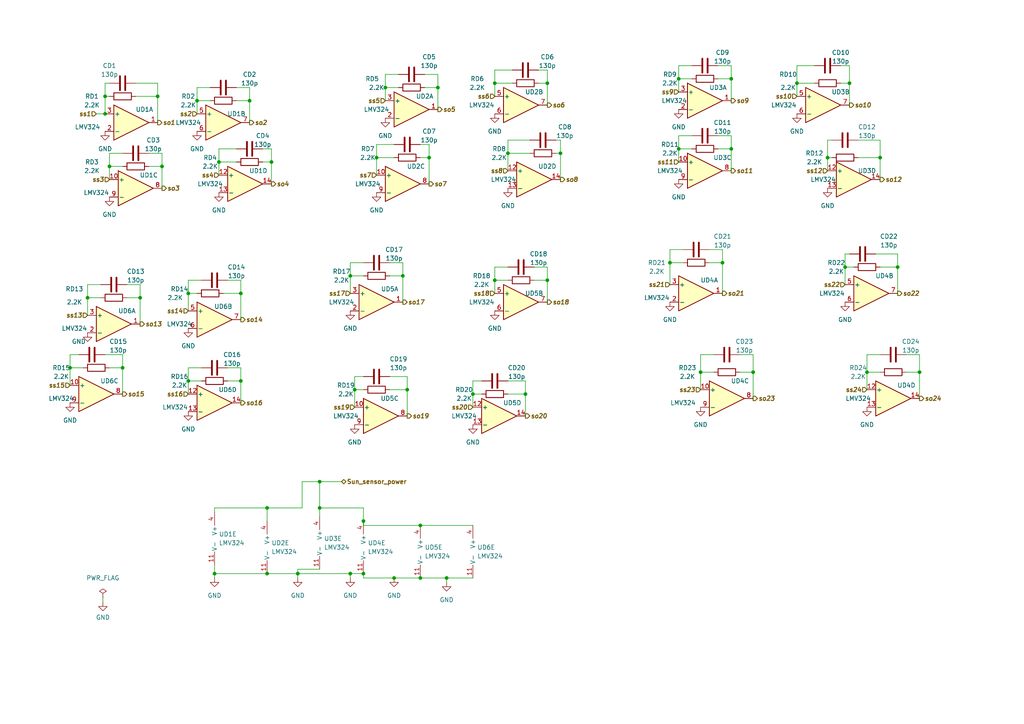
<source format=kicad_sch>
(kicad_sch (version 20211123) (generator eeschema)
  (paper "A4")
  (title_block (title "AOCS BOARD") (company "Parikshit Student Satellite Team"))
  (lib_symbols
    (symbol "Amplifier_Operational:LMV324" (pin_names (offset 0.127))
      (property "Reference" "U" (at 0 5.08 0))
      (property "Value" "LMV324" (at 0 -5.08 0))
      (symbol "LMV324_1_1"
        (polyline (pts (xy -5.08 5.08) (xy 5.08 0) (xy -5.08 -5.08) (xy -5.08 5.08)) (stroke (width 0.254)) (fill (type background)))
        (pin output line (at 7.62 0 180) (length 2.54) (name "~") (number "1"))
        (pin input line (at -7.62 -2.54 0) (length 2.54) (name "-") (number "2"))
        (pin input line (at -7.62 2.54 0) (length 2.54) (name "+") (number "3"))
      )
      (symbol "LMV324_2_1"
        (polyline (pts (xy -5.08 5.08) (xy 5.08 0) (xy -5.08 -5.08) (xy -5.08 5.08)) (stroke (width 0.254)) (fill (type background)))
        (pin input line (at -7.62 2.54 0) (length 2.54) (name "+") (number "5"))
        (pin input line (at -7.62 -2.54 0) (length 2.54) (name "-") (number "6"))
        (pin output line (at 7.62 0 180) (length 2.54) (name "~") (number "7"))
      )
      (symbol "LMV324_3_1"
        (polyline (pts (xy -5.08 5.08) (xy 5.08 0) (xy -5.08 -5.08) (xy -5.08 5.08)) (stroke (width 0.254)) (fill (type background)))
        (pin input line (at -7.62 2.54 0) (length 2.54) (name "+") (number "10"))
        (pin output line (at 7.62 0 180) (length 2.54) (name "~") (number "8"))
        (pin input line (at -7.62 -2.54 0) (length 2.54) (name "-") (number "9"))
      )
      (symbol "LMV324_4_1"
        (polyline (pts (xy -5.08 5.08) (xy 5.08 0) (xy -5.08 -5.08) (xy -5.08 5.08)) (stroke (width 0.254)) (fill (type background)))
        (pin input line (at -7.62 2.54 0) (length 2.54) (name "+") (number "12"))
        (pin input line (at -7.62 -2.54 0) (length 2.54) (name "-") (number "13"))
        (pin output line (at 7.62 0 180) (length 2.54) (name "~") (number "14"))
      )
      (symbol "LMV324_5_1"
        (pin power_in line (at -2.54 -7.62 90) (length 3.81) (name "V-") (number "11"))
        (pin power_in line (at -2.54 7.62 270) (length 3.81) (name "V+") (number "4"))
      )
    )
    (symbol "Device:C" (pin_numbers hide) (pin_names (offset 0.254))
      (property "Reference" "C" (at 0.635 2.54 0))
      (property "Value" "C" (at 0.635 -2.54 0))
      (symbol "C_0_1"
        (polyline (pts (xy -2.032 -0.762) (xy 2.032 -0.762)) (stroke (width 0.508)))
        (polyline (pts (xy -2.032 0.762) (xy 2.032 0.762)) (stroke (width 0.508)))
      )
      (symbol "C_1_1"
        (pin passive line (at 0 3.81 270) (length 2.794) (name "~") (number "1"))
        (pin passive line (at 0 -3.81 90) (length 2.794) (name "~") (number "2"))
      )
    )
    (symbol "Device:R" (pin_numbers hide) (pin_names (offset 0))
      (property "Reference" "R" (at 2.032 0 90))
      (property "Value" "R" (at 0 0 90))
      (symbol "R_0_1"
        (rectangle (start -1.016 -2.54) (end 1.016 2.54) (stroke (width 0.254)))
      )
      (symbol "R_1_1"
        (pin passive line (at 0 3.81 270) (length 1.27) (name "~") (number "1"))
        (pin passive line (at 0 -3.81 90) (length 1.27) (name "~") (number "2"))
      )
    )
    (symbol "power:GND" (power) (pin_names (offset 0))
      (property "Value" "GND" (at 0 -3.81 0))
      (symbol "GND_0_1"
        (polyline (pts (xy 0 0) (xy 0 -1.27) (xy 1.27 -1.27) (xy 0 -2.54) (xy -1.27 -1.27) (xy 0 -1.27)))
      )
      (symbol "GND_1_1"
        (pin power_in line (at 0 0 270) (length 0) hide (name "GND") (number "1"))
      )
    )
    (symbol "power:PWR_FLAG" (power) (pin_numbers hide) (pin_names (offset 0) hide)
      (property "Value" "PWR_FLAG" (at 0 3.81 0))
      (symbol "PWR_FLAG_0_0"
        (pin power_out line (at 0 0 90) (length 0) (name "pwr") (number "1"))
      )
      (symbol "PWR_FLAG_0_1"
        (polyline (pts (xy 0 0) (xy 0 1.27) (xy -1.016 1.905) (xy 0 2.54) (xy 1.016 1.905) (xy 0 1.27)))
      )
    )
  )
  (junction (at 30.48 33.02))
  (junction (at 86.36 166.37))
  (junction (at 77.47 166.37))
  (junction (at 45.72 27.94))
  (junction (at 54.61 110.49))
  (junction (at 212.09 22.86))
  (junction (at 109.22 45.72))
  (junction (at 111.76 25.4))
  (junction (at 124.46 45.72))
  (junction (at 101.6 166.37))
  (junction (at 246.38 24.13))
  (junction (at 129.54 167.64))
  (junction (at 101.6 80.01))
  (junction (at 203.2 107.95))
  (junction (at 69.85 110.49))
  (junction (at 147.32 44.45))
  (junction (at 121.92 152.4))
  (junction (at 212.09 43.18))
  (junction (at 116.84 80.01))
  (junction (at 162.56 44.45))
  (junction (at 209.55 76.2))
  (junction (at 158.75 81.28))
  (junction (at 46.99 48.26))
  (junction (at 121.92 167.64))
  (junction (at 31.75 48.26))
  (junction (at 77.47 147.32))
  (junction (at 143.51 81.28))
  (junction (at 143.51 24.13))
  (junction (at 194.31 76.2))
  (junction (at 196.85 43.18))
  (junction (at 54.61 85.09))
  (junction (at 78.74 46.99))
  (junction (at 20.32 106.68))
  (junction (at 266.7 107.95))
  (junction (at 62.23 166.37))
  (junction (at 137.16 114.3))
  (junction (at 127 25.4))
  (junction (at 57.15 29.21))
  (junction (at 102.87 113.03))
  (junction (at 105.41 166.37))
  (junction (at 251.46 107.95))
  (junction (at 35.56 106.68))
  (junction (at 118.11 113.03))
  (junction (at 92.71 139.7))
  (junction (at 158.75 24.13))
  (junction (at 40.64 86.36))
  (junction (at 218.44 107.95))
  (junction (at 231.14 24.13))
  (junction (at 245.11 77.47))
  (junction (at 30.48 27.94))
  (junction (at 25.4 86.36))
  (junction (at 260.35 77.47))
  (junction (at 152.4 114.3))
  (junction (at 255.27 45.72))
  (junction (at 92.71 147.32))
  (junction (at 196.85 22.86))
  (junction (at 69.85 85.09))
  (junction (at 72.39 29.21))
  (junction (at 63.5 46.99))
  (junction (at 240.03 45.72))
  (junction (at 105.41 151.13))
  (junction (at 114.3 167.64))
  (wire (pts (xy 158.75 81.28) (xy 158.75 87.63)))
  (wire (pts (xy 127 21.59) (xy 127 25.4)))
  (wire (pts (xy 127 25.4) (xy 127 31.75)))
  (wire (pts (xy 54.61 81.28) (xy 54.61 85.09)))
  (wire (pts (xy 137.16 114.3) (xy 137.16 118.11)))
  (wire (pts (xy 161.29 44.45) (xy 162.56 44.45)))
  (wire (pts (xy 25.4 82.55) (xy 25.4 86.36)))
  (wire (pts (xy 60.96 29.21) (xy 57.15 29.21)))
  (wire (pts (xy 208.28 22.86) (xy 212.09 22.86)))
  (wire (pts (xy 251.46 107.95) (xy 251.46 113.03)))
  (wire (pts (xy 68.58 29.21) (xy 72.39 29.21)))
  (wire (pts (xy 196.85 43.18) (xy 196.85 46.99)))
  (wire (pts (xy 154.94 77.47) (xy 158.75 77.47)))
  (wire (pts (xy 266.7 102.87) (xy 266.7 107.95)))
  (wire (pts (xy 156.21 20.32) (xy 158.75 20.32)))
  (wire (pts (xy 64.77 85.09) (xy 69.85 85.09)))
  (wire (pts (xy 43.18 44.45) (xy 46.99 44.45)))
  (wire (pts (xy 200.66 22.86) (xy 196.85 22.86)))
  (wire (pts (xy 86.36 166.37) (xy 101.6 166.37)))
  (wire (pts (xy 207.01 102.87) (xy 203.2 102.87)))
  (wire (pts (xy 39.37 24.13) (xy 45.72 24.13)))
  (wire (pts (xy 62.23 166.37) (xy 77.47 166.37)))
  (wire (pts (xy 72.39 29.21) (xy 72.39 35.56)))
  (wire (pts (xy 231.14 19.05) (xy 231.14 24.13)))
  (wire (pts (xy 57.15 85.09) (xy 54.61 85.09)))
  (wire (pts (xy 69.85 81.28) (xy 69.85 85.09)))
  (wire (pts (xy 105.41 167.64) (xy 105.41 166.37)))
  (wire (pts (xy 72.39 25.4) (xy 72.39 29.21)))
  (wire (pts (xy 114.3 167.64) (xy 105.41 167.64)))
  (wire (pts (xy 209.55 76.2) (xy 209.55 85.09)))
  (wire (pts (xy 86.36 165.1) (xy 86.36 166.37)))
  (wire (pts (xy 57.15 29.21) (xy 57.15 33.02)))
  (wire (pts (xy 203.2 102.87) (xy 203.2 107.95)))
  (wire (pts (xy 31.75 44.45) (xy 31.75 48.26)))
  (wire (pts (xy 113.03 76.2) (xy 116.84 76.2)))
  (wire (pts (xy 92.71 139.7) (xy 99.06 139.7)))
  (wire (pts (xy 245.11 73.66) (xy 245.11 77.47)))
  (wire (pts (xy 123.19 21.59) (xy 127 21.59)))
  (wire (pts (xy 143.51 24.13) (xy 143.51 27.94)))
  (wire (pts (xy 25.4 86.36) (xy 25.4 91.44)))
  (wire (pts (xy 109.22 45.72) (xy 109.22 50.8)))
  (wire (pts (xy 29.845 174.625) (xy 29.845 173.355)))
  (wire (pts (xy 92.71 165.1) (xy 86.36 165.1)))
  (wire (pts (xy 118.11 109.22) (xy 118.11 113.03)))
  (wire (pts (xy 139.7 114.3) (xy 137.16 114.3)))
  (wire (pts (xy 113.03 109.22) (xy 118.11 109.22)))
  (wire (pts (xy 152.4 110.49) (xy 152.4 114.3)))
  (wire (pts (xy 78.74 43.18) (xy 78.74 46.99)))
  (wire (pts (xy 68.58 46.99) (xy 63.5 46.99)))
  (wire (pts (xy 196.85 22.86) (xy 196.85 26.67)))
  (wire (pts (xy 109.22 41.91) (xy 109.22 45.72)))
  (wire (pts (xy 208.28 43.18) (xy 212.09 43.18)))
  (wire (pts (xy 105.41 166.37) (xy 101.6 166.37)))
  (wire (pts (xy 105.41 80.01) (xy 101.6 80.01)))
  (wire (pts (xy 30.48 24.13) (xy 30.48 27.94)))
  (wire (pts (xy 203.2 107.95) (xy 203.2 113.03)))
  (wire (pts (xy 139.7 110.49) (xy 137.16 110.49)))
  (wire (pts (xy 154.94 81.28) (xy 158.75 81.28)))
  (wire (pts (xy 31.75 24.13) (xy 30.48 24.13)))
  (wire (pts (xy 111.76 21.59) (xy 111.76 25.4)))
  (wire (pts (xy 118.11 113.03) (xy 118.11 120.65)))
  (wire (pts (xy 87.63 139.7) (xy 92.71 139.7)))
  (wire (pts (xy 121.92 41.91) (xy 124.46 41.91)))
  (wire (pts (xy 69.85 110.49) (xy 69.85 116.84)))
  (wire (pts (xy 248.92 45.72) (xy 255.27 45.72)))
  (wire (pts (xy 116.84 76.2) (xy 116.84 80.01)))
  (wire (pts (xy 36.83 86.36) (xy 40.64 86.36)))
  (wire (pts (xy 40.64 82.55) (xy 40.64 86.36)))
  (wire (pts (xy 77.47 147.32) (xy 87.63 147.32)))
  (wire (pts (xy 76.2 43.18) (xy 78.74 43.18)))
  (wire (pts (xy 58.42 110.49) (xy 54.61 110.49)))
  (wire (pts (xy 147.32 40.64) (xy 153.67 40.64)))
  (wire (pts (xy 147.32 110.49) (xy 152.4 110.49)))
  (wire (pts (xy 113.03 80.01) (xy 116.84 80.01)))
  (wire (pts (xy 31.75 48.26) (xy 31.75 52.07)))
  (wire (pts (xy 147.32 81.28) (xy 143.51 81.28)))
  (wire (pts (xy 105.41 152.4) (xy 121.92 152.4)))
  (wire (pts (xy 143.51 20.32) (xy 143.51 24.13)))
  (wire (pts (xy 92.71 147.32) (xy 92.71 149.86)))
  (wire (pts (xy 208.28 39.37) (xy 212.09 39.37)))
  (wire (pts (xy 62.23 148.59) (xy 62.23 147.32)))
  (wire (pts (xy 46.99 48.26) (xy 46.99 54.61)))
  (wire (pts (xy 22.86 102.87) (xy 20.32 102.87)))
  (wire (pts (xy 200.66 39.37) (xy 196.85 39.37)))
  (wire (pts (xy 255.27 77.47) (xy 260.35 77.47)))
  (wire (pts (xy 62.23 163.83) (xy 62.23 166.37)))
  (wire (pts (xy 147.32 114.3) (xy 152.4 114.3)))
  (wire (pts (xy 87.63 147.32) (xy 87.63 139.7)))
  (wire (pts (xy 29.21 86.36) (xy 25.4 86.36)))
  (wire (pts (xy 105.41 147.32) (xy 92.71 147.32)))
  (wire (pts (xy 30.48 102.87) (xy 35.56 102.87)))
  (wire (pts (xy 214.63 107.95) (xy 218.44 107.95)))
  (wire (pts (xy 60.96 25.4) (xy 57.15 25.4)))
  (wire (pts (xy 36.83 82.55) (xy 40.64 82.55)))
  (wire (pts (xy 77.47 147.32) (xy 77.47 151.13)))
  (wire (pts (xy 246.38 73.66) (xy 245.11 73.66)))
  (wire (pts (xy 241.3 45.72) (xy 240.03 45.72)))
  (wire (pts (xy 39.37 27.94) (xy 45.72 27.94)))
  (wire (pts (xy 255.27 40.64) (xy 255.27 45.72)))
  (wire (pts (xy 45.72 24.13) (xy 45.72 27.94)))
  (wire (pts (xy 262.89 107.95) (xy 266.7 107.95)))
  (wire (pts (xy 247.65 77.47) (xy 245.11 77.47)))
  (wire (pts (xy 246.38 24.13) (xy 246.38 30.48)))
  (wire (pts (xy 262.89 102.87) (xy 266.7 102.87)))
  (wire (pts (xy 63.5 46.99) (xy 63.5 50.8)))
  (wire (pts (xy 105.41 147.32) (xy 105.41 151.13)))
  (wire (pts (xy 196.85 19.05) (xy 196.85 22.86)))
  (wire (pts (xy 121.92 152.4) (xy 137.16 152.4)))
  (wire (pts (xy 148.59 24.13) (xy 143.51 24.13)))
  (wire (pts (xy 29.21 82.55) (xy 25.4 82.55)))
  (wire (pts (xy 158.75 24.13) (xy 158.75 30.48)))
  (wire (pts (xy 236.22 24.13) (xy 231.14 24.13)))
  (wire (pts (xy 35.56 48.26) (xy 31.75 48.26)))
  (wire (pts (xy 248.92 40.64) (xy 255.27 40.64)))
  (wire (pts (xy 255.27 107.95) (xy 251.46 107.95)))
  (wire (pts (xy 198.12 76.2) (xy 194.31 76.2)))
  (wire (pts (xy 105.41 109.22) (xy 102.87 109.22)))
  (wire (pts (xy 115.57 21.59) (xy 111.76 21.59)))
  (wire (pts (xy 31.75 27.94) (xy 30.48 27.94)))
  (wire (pts (xy 115.57 25.4) (xy 111.76 25.4)))
  (wire (pts (xy 148.59 20.32) (xy 143.51 20.32)))
  (wire (pts (xy 68.58 43.18) (xy 63.5 43.18)))
  (wire (pts (xy 251.46 102.87) (xy 251.46 107.95)))
  (wire (pts (xy 208.28 19.05) (xy 212.09 19.05)))
  (wire (pts (xy 54.61 85.09) (xy 54.61 90.17)))
  (wire (pts (xy 147.32 44.45) (xy 147.32 49.53)))
  (wire (pts (xy 40.64 86.36) (xy 40.64 93.98)))
  (wire (pts (xy 266.7 107.95) (xy 266.7 115.57)))
  (wire (pts (xy 77.47 166.37) (xy 86.36 166.37)))
  (wire (pts (xy 45.72 27.94) (xy 45.72 35.56)))
  (wire (pts (xy 68.58 25.4) (xy 72.39 25.4)))
  (wire (pts (xy 54.61 110.49) (xy 54.61 114.3)))
  (wire (pts (xy 156.21 24.13) (xy 158.75 24.13)))
  (wire (pts (xy 101.6 76.2) (xy 101.6 80.01)))
  (wire (pts (xy 111.76 25.4) (xy 111.76 29.21)))
  (wire (pts (xy 62.23 166.37) (xy 62.23 167.64)))
  (wire (pts (xy 158.75 20.32) (xy 158.75 24.13)))
  (wire (pts (xy 254 73.66) (xy 260.35 73.66)))
  (wire (pts (xy 54.61 106.68) (xy 54.61 110.49)))
  (wire (pts (xy 92.71 139.7) (xy 92.71 147.32)))
  (wire (pts (xy 66.04 110.49) (xy 69.85 110.49)))
  (wire (pts (xy 35.56 44.45) (xy 31.75 44.45)))
  (wire (pts (xy 147.32 77.47) (xy 143.51 77.47)))
  (wire (pts (xy 214.63 102.87) (xy 218.44 102.87)))
  (wire (pts (xy 58.42 106.68) (xy 54.61 106.68)))
  (wire (pts (xy 35.56 106.68) (xy 35.56 114.3)))
  (wire (pts (xy 78.74 46.99) (xy 78.74 53.34)))
  (wire (pts (xy 46.99 44.45) (xy 46.99 48.26)))
  (wire (pts (xy 161.29 40.64) (xy 162.56 40.64)))
  (wire (pts (xy 69.85 85.09) (xy 69.85 92.71)))
  (wire (pts (xy 123.19 25.4) (xy 127 25.4)))
  (wire (pts (xy 231.14 24.13) (xy 231.14 27.94)))
  (wire (pts (xy 241.3 40.64) (xy 240.03 40.64)))
  (wire (pts (xy 255.27 45.72) (xy 255.27 52.07)))
  (wire (pts (xy 30.48 27.94) (xy 30.48 33.02)))
  (wire (pts (xy 143.51 77.47) (xy 143.51 81.28)))
  (wire (pts (xy 58.42 81.28) (xy 54.61 81.28)))
  (wire (pts (xy 105.41 113.03) (xy 102.87 113.03)))
  (wire (pts (xy 102.87 109.22) (xy 102.87 113.03)))
  (wire (pts (xy 152.4 114.3) (xy 152.4 120.65)))
  (wire (pts (xy 200.66 43.18) (xy 196.85 43.18)))
  (wire (pts (xy 194.31 76.2) (xy 194.31 82.55)))
  (wire (pts (xy 243.84 19.05) (xy 246.38 19.05)))
  (wire (pts (xy 57.15 25.4) (xy 57.15 29.21)))
  (wire (pts (xy 62.23 147.32) (xy 77.47 147.32)))
  (wire (pts (xy 114.3 45.72) (xy 109.22 45.72)))
  (wire (pts (xy 243.84 24.13) (xy 246.38 24.13)))
  (wire (pts (xy 63.5 43.18) (xy 63.5 46.99)))
  (wire (pts (xy 205.74 72.39) (xy 209.55 72.39)))
  (wire (pts (xy 212.09 19.05) (xy 212.09 22.86)))
  (wire (pts (xy 147.32 44.45) (xy 147.32 40.64)))
  (wire (pts (xy 20.32 102.87) (xy 20.32 106.68)))
  (wire (pts (xy 212.09 43.18) (xy 212.09 49.53)))
  (wire (pts (xy 212.09 22.86) (xy 212.09 29.21)))
  (wire (pts (xy 162.56 40.64) (xy 162.56 44.45)))
  (wire (pts (xy 129.54 168.91) (xy 129.54 167.64)))
  (wire (pts (xy 124.46 41.91) (xy 124.46 45.72)))
  (wire (pts (xy 76.2 46.99) (xy 78.74 46.99)))
  (wire (pts (xy 209.55 72.39) (xy 209.55 76.2)))
  (wire (pts (xy 121.92 45.72) (xy 124.46 45.72)))
  (wire (pts (xy 207.01 107.95) (xy 203.2 107.95)))
  (wire (pts (xy 245.11 77.47) (xy 245.11 82.55)))
  (wire (pts (xy 162.56 44.45) (xy 162.56 52.07)))
  (wire (pts (xy 200.66 19.05) (xy 196.85 19.05)))
  (wire (pts (xy 24.13 106.68) (xy 20.32 106.68)))
  (wire (pts (xy 158.75 77.47) (xy 158.75 81.28)))
  (wire (pts (xy 129.54 167.64) (xy 137.16 167.64)))
  (wire (pts (xy 105.41 151.13) (xy 105.41 152.4)))
  (wire (pts (xy 260.35 73.66) (xy 260.35 77.47)))
  (wire (pts (xy 116.84 80.01) (xy 116.84 87.63)))
  (wire (pts (xy 31.75 106.68) (xy 35.56 106.68)))
  (wire (pts (xy 129.54 167.64) (xy 121.92 167.64)))
  (wire (pts (xy 236.22 19.05) (xy 231.14 19.05)))
  (wire (pts (xy 102.87 113.03) (xy 102.87 118.11)))
  (wire (pts (xy 43.18 48.26) (xy 46.99 48.26)))
  (wire (pts (xy 101.6 80.01) (xy 101.6 85.09)))
  (wire (pts (xy 20.32 106.68) (xy 20.32 111.76)))
  (wire (pts (xy 35.56 102.87) (xy 35.56 106.68)))
  (wire (pts (xy 205.74 76.2) (xy 209.55 76.2)))
  (wire (pts (xy 240.03 40.64) (xy 240.03 45.72)))
  (wire (pts (xy 66.04 81.28) (xy 69.85 81.28)))
  (wire (pts (xy 66.04 106.68) (xy 69.85 106.68)))
  (wire (pts (xy 198.12 72.39) (xy 194.31 72.39)))
  (wire (pts (xy 218.44 102.87) (xy 218.44 107.95)))
  (wire (pts (xy 260.35 77.47) (xy 260.35 85.09)))
  (wire (pts (xy 196.85 39.37) (xy 196.85 43.18)))
  (wire (pts (xy 101.6 166.37) (xy 101.6 167.64)))
  (wire (pts (xy 114.3 41.91) (xy 109.22 41.91)))
  (wire (pts (xy 69.85 106.68) (xy 69.85 110.49)))
  (wire (pts (xy 124.46 45.72) (xy 124.46 53.34)))
  (wire (pts (xy 113.03 113.03) (xy 118.11 113.03)))
  (wire (pts (xy 114.3 167.64) (xy 121.92 167.64)))
  (wire (pts (xy 105.41 76.2) (xy 101.6 76.2)))
  (wire (pts (xy 240.03 45.72) (xy 240.03 49.53)))
  (wire (pts (xy 137.16 110.49) (xy 137.16 114.3)))
  (wire (pts (xy 218.44 107.95) (xy 218.44 115.57)))
  (wire (pts (xy 86.36 166.37) (xy 86.36 167.64)))
  (wire (pts (xy 194.31 72.39) (xy 194.31 76.2)))
  (wire (pts (xy 255.27 102.87) (xy 251.46 102.87)))
  (wire (pts (xy 246.38 19.05) (xy 246.38 24.13)))
  (wire (pts (xy 143.51 81.28) (xy 143.51 85.09)))
  (wire (pts (xy 27.94 33.02) (xy 30.48 33.02)))
  (wire (pts (xy 153.67 44.45) (xy 147.32 44.45)))
  (wire (pts (xy 212.09 39.37) (xy 212.09 43.18)))
  (hierarchical_label "ss18" (shape input) (at 143.51 85.09 180) (effects (font bold italic)))
  (hierarchical_label "so7" (shape output) (at 124.46 53.34 0) (effects (font bold italic)))
  (hierarchical_label "ss21" (shape input) (at 194.31 82.55 180) (effects (font bold italic)))
  (hierarchical_label "ss5" (shape input) (at 111.76 29.21 180) (effects (font bold italic)))
  (hierarchical_label "ss8" (shape input) (at 147.32 49.53 180) (effects (font bold italic)))
  (hierarchical_label "ss7" (shape input) (at 109.22 50.8 180) (effects (font bold italic)))
  (hierarchical_label "ss6" (shape input) (at 143.51 27.94 180) (effects (font bold italic)))
  (hierarchical_label "so19" (shape output) (at 118.11 120.65 0) (effects (font bold italic)))
  (hierarchical_label "so22" (shape output) (at 260.35 85.09 0) (effects (font bold italic)))
  (hierarchical_label "ss11" (shape input) (at 196.85 46.99 180) (effects (font bold italic)))
  (hierarchical_label "ss17" (shape input) (at 101.6 85.09 180) (effects (font bold italic)))
  (hierarchical_label "ss20" (shape input) (at 137.16 118.11 180) (effects (font bold italic)))
  (hierarchical_label "ss23" (shape input) (at 203.2 113.03 180) (effects (font bold italic)))
  (hierarchical_label "so6" (shape output) (at 158.75 30.48 0) (effects (font bold italic)))
  (hierarchical_label "so24" (shape output) (at 266.7 115.57 0) (effects (font bold italic)))
  (hierarchical_label "so16" (shape output) (at 69.85 116.84 0) (effects (font bold italic)))
  (hierarchical_label "so9" (shape output) (at 212.09 29.21 0) (effects (font bold italic)))
  (hierarchical_label "so2" (shape output) (at 72.39 35.56 0) (effects (font bold italic)))
  (hierarchical_label "so21" (shape output) (at 209.55 85.09 0) (effects (font bold italic)))
  (hierarchical_label "ss15" (shape input) (at 20.32 111.76 180) (effects (font bold italic)))
  (hierarchical_label "ss16" (shape input) (at 54.61 114.3 180) (effects (font bold italic)))
  (hierarchical_label "so23" (shape output) (at 218.44 115.57 0) (effects (font bold italic)))
  (hierarchical_label "ss14" (shape input) (at 54.61 90.17 180) (effects (font bold italic)))
  (hierarchical_label "ss19" (shape input) (at 102.87 118.11 180) (effects (font bold italic)))
  (hierarchical_label "ss1" (shape input) (at 27.94 33.02 180) (effects (font bold italic)))
  (hierarchical_label "ss4" (shape input) (at 63.5 50.8 180) (effects (font bold italic)))
  (hierarchical_label "so5" (shape output) (at 127 31.75 0) (effects (font bold italic)))
  (hierarchical_label "so20" (shape output) (at 152.4 120.65 0) (effects (font bold italic)))
  (hierarchical_label "ss10" (shape input) (at 231.14 27.94 180) (effects (font bold italic)))
  (hierarchical_label "ss24" (shape input) (at 251.46 113.03 180) (effects (font bold italic)))
  (hierarchical_label "so8" (shape output) (at 162.56 52.07 0) (effects (font bold italic)))
  (hierarchical_label "so15" (shape output) (at 35.56 114.3 0) (effects (font bold italic)))
  (hierarchical_label "ss13" (shape input) (at 25.4 91.44 180) (effects (font bold italic)))
  (hierarchical_label "so12" (shape output) (at 255.27 52.07 0) (effects (font bold italic)))
  (hierarchical_label "so14" (shape output) (at 69.85 92.71 0) (effects (font bold italic)))
  (hierarchical_label "ss12" (shape input) (at 240.03 49.53 180) (effects (font bold italic)))
  (hierarchical_label "ss2" (shape input) (at 57.15 33.02 180) (effects (font bold italic)))
  (hierarchical_label "Sun_sensor_power" (shape bidirectional) (at 99.06 139.7 0) (effects (font (thickness 0.254) bold)))
  (hierarchical_label "so3" (shape output) (at 46.99 54.61 0) (effects (font bold italic)))
  (hierarchical_label "ss3" (shape input) (at 31.75 52.07 180) (effects (font bold italic)))
  (hierarchical_label "ss9" (shape input) (at 196.85 26.67 180) (effects (font bold italic)))
  (hierarchical_label "so10" (shape output) (at 246.38 30.48 0) (effects (font bold italic)))
  (hierarchical_label "so13" (shape output) (at 40.64 93.98 0) (effects (font bold italic)))
  (hierarchical_label "so17" (shape output) (at 116.84 87.63 0) (effects (font bold italic)))
  (hierarchical_label "so11" (shape output) (at 212.09 49.53 0) (effects (font bold italic)))
  (hierarchical_label "so1" (shape output) (at 45.72 35.56 0) (effects (font bold italic)))
  (hierarchical_label "ss22" (shape input) (at 245.11 82.55 180) (effects (font bold italic)))
  (hierarchical_label "so4" (shape output) (at 78.74 53.34 0) (effects (font bold italic)))
  (hierarchical_label "so18" (shape output) (at 158.75 87.63 0) (effects (font bold italic)))
  (symbol (lib_id "power:GND") (at 25.4 96.52 0) (unit 1)
    (property "Reference" "#PWR0125" (effects hide))
    (property "Value" "GND" (at 22.86 99.06 0))
  )
  (symbol (lib_id "Device:R") (at 143.51 114.3 90) (unit 1)
    (property "Reference" "RD20" (at 134.62 113.03 90))
    (property "Value" "2.2K" (at 134.62 115.57 90))
  )
  (symbol (lib_id "power:GND") (at 111.76 34.29 0) (unit 1)
    (property "Reference" "#PWR0147" (effects hide))
    (property "Value" "GND" (at 111.76 39.37 0))
  )
  (symbol (lib_id "Amplifier_Operational:LMV324") (at 116.84 53.34 0) (unit 3)
    (property "Reference" "UD2" (at 120.65 48.26 0))
    (property "Value" "LMV324" (at 106.68 53.34 0))
    (property "Datasheet" "http://www.ti.com/lit/ds/symlink/lmv324.pdf" (effects hide))
  )
  (symbol (lib_id "power:GND") (at 143.51 90.17 0) (unit 1)
    (property "Reference" "#PWR0138" (effects hide))
    (property "Value" "GND" (at 143.51 95.25 0))
  )
  (symbol (lib_id "Amplifier_Operational:LMV324") (at 107.95 158.75 0) (unit 5)
    (property "Reference" "UD4" (at 106.68 157.4799 0) (effects (justify left)))
    (property "Value" "LMV324" (at 106.68 160.0199 0) (effects (justify left)))
    (property "Datasheet" "http://www.ti.com/lit/ds/symlink/lmv324.pdf" (effects hide))
  )
  (symbol (lib_id "Amplifier_Operational:LMV324") (at 71.12 53.34 0) (unit 4)
    (property "Reference" "UD1" (at 74.93 49.53 0))
    (property "Value" "LMV324" (at 60.96 53.34 0))
    (property "Datasheet" "http://www.ti.com/lit/ds/symlink/lmv324.pdf" (effects hide))
  )
  (symbol (lib_id "Amplifier_Operational:LMV324") (at 39.37 54.61 0) (unit 3)
    (property "Reference" "UD1" (at 43.18 50.8 0))
    (property "Value" "LMV324" (at 27.94 55.88 0))
    (property "Datasheet" "http://www.ti.com/lit/ds/symlink/lmv324.pdf" (effects hide))
  )
  (symbol (lib_id "Amplifier_Operational:LMV324") (at 151.13 30.48 0) (unit 2)
    (property "Reference" "UD2" (at 154.94 26.67 0))
    (property "Value" "LMV324" (at 139.7 30.48 0))
    (property "Datasheet" "http://www.ti.com/lit/ds/symlink/lmv324.pdf" (effects hide))
  )
  (symbol (lib_id "Device:R") (at 33.02 86.36 90) (unit 1)
    (property "Reference" "RD13" (at 21.59 83.82 90))
    (property "Value" "2.2K" (at 21.59 87.63 90))
  )
  (symbol (lib_id "Device:C") (at 39.37 44.45 90) (unit 1)
    (property "Reference" "CD3" (at 44.45 40.64 90))
    (property "Value" "130p" (at 44.45 43.18 90))
  )
  (symbol (lib_id "power:GND") (at 240.03 54.61 0) (unit 1)
    (property "Reference" "#PWR0139" (effects hide))
    (property "Value" "GND" (at 240.03 59.69 0))
  )
  (symbol (lib_id "power:GND") (at 54.61 119.38 0) (unit 1)
    (property "Reference" "#PWR0124" (effects hide))
    (property "Value" "GND" (at 54.61 124.46 0))
  )
  (symbol (lib_id "Amplifier_Operational:LMV324") (at 62.23 116.84 0) (unit 4)
    (property "Reference" "UD6" (at 66.04 113.03 0))
    (property "Value" "LMV324" (at 50.8 118.11 0))
    (property "Datasheet" "http://www.ti.com/lit/ds/symlink/lmv324.pdf" (effects hide))
  )
  (symbol (lib_id "power:GND") (at 31.75 57.15 0) (unit 1)
    (property "Reference" "#PWR0131" (effects hide))
    (property "Value" "GND" (at 31.75 62.23 0))
  )
  (symbol (lib_id "Amplifier_Operational:LMV324") (at 119.38 31.75 0) (unit 1)
    (property "Reference" "UD2" (at 123.19 27.94 0))
    (property "Value" "LMV324" (at 109.22 31.75 0))
    (property "Datasheet" "http://www.ti.com/lit/ds/symlink/lmv324.pdf" (effects hide))
  )
  (symbol (lib_id "Device:R") (at 259.08 107.95 90) (unit 1)
    (property "Reference" "RD24" (at 248.92 106.68 90))
    (property "Value" "2.2K" (at 248.92 109.22 90))
  )
  (symbol (lib_id "Device:R") (at 109.22 113.03 90) (unit 1)
    (property "Reference" "RD19" (at 100.33 111.76 90))
    (property "Value" "2.2K" (at 100.33 114.3 90))
  )
  (symbol (lib_id "Device:C") (at 151.13 77.47 90) (unit 1)
    (property "Reference" "CD18" (at 156.21 73.66 90))
    (property "Value" "130p" (at 156.21 76.2 90))
  )
  (symbol (lib_id "Device:R") (at 62.23 110.49 90) (unit 1)
    (property "Reference" "RD16" (at 52.07 109.22 90))
    (property "Value" "2.2K" (at 52.07 111.76 90))
  )
  (symbol (lib_id "power:GND") (at 231.14 33.02 0) (unit 1)
    (property "Reference" "#PWR0140" (effects hide))
    (property "Value" "GND" (at 231.14 38.1 0))
  )
  (symbol (lib_id "Amplifier_Operational:LMV324") (at 62.23 92.71 0) (unit 2)
    (property "Reference" "UD6" (at 64.77 88.9 0))
    (property "Value" "LMV324" (at 52.07 93.98 0))
    (property "Datasheet" "http://www.ti.com/lit/ds/symlink/lmv324.pdf" (effects hide))
  )
  (symbol (lib_id "power:PWR_FLAG") (at 29.845 173.355 0) (unit 1)
    (property "Reference" "#FLG0105" (effects hide))
    (property "Value" "PWR_FLAG" (at 29.845 167.64 0))
  )
  (symbol (lib_id "Device:C") (at 250.19 73.66 90) (unit 1)
    (property "Reference" "CD22" (at 257.81 68.58 90))
    (property "Value" "130p" (at 257.81 71.12 90))
  )
  (symbol (lib_id "Device:C") (at 35.56 24.13 90) (unit 1)
    (property "Reference" "CD1" (at 31.75 19.05 90))
    (property "Value" "130p" (at 31.75 21.59 90))
  )
  (symbol (lib_id "Device:R") (at 204.47 22.86 90) (unit 1)
    (property "Reference" "RD9" (at 194.31 21.59 90))
    (property "Value" "2.2K" (at 194.31 24.13 90))
  )
  (symbol (lib_id "Device:C") (at 204.47 19.05 90) (unit 1)
    (property "Reference" "CD9" (at 209.55 15.24 90))
    (property "Value" "130p" (at 209.55 17.78 90))
  )
  (symbol (lib_id "Device:C") (at 210.82 102.87 90) (unit 1)
    (property "Reference" "CD23" (at 215.9 99.06 90))
    (property "Value" "130p" (at 215.9 101.6 90))
  )
  (symbol (lib_id "power:GND") (at 137.16 123.19 0) (unit 1)
    (property "Reference" "#PWR0127" (effects hide))
    (property "Value" "GND" (at 137.16 128.27 0))
  )
  (symbol (lib_id "Amplifier_Operational:LMV324") (at 139.7 160.02 0) (unit 5)
    (property "Reference" "UD6" (at 138.43 158.7499 0) (effects (justify left)))
    (property "Value" "LMV324" (at 138.43 161.2899 0) (effects (justify left)))
    (property "Datasheet" "http://www.ti.com/lit/ds/symlink/lmv324.pdf" (effects hide))
  )
  (symbol (lib_id "Device:C") (at 118.11 41.91 90) (unit 1)
    (property "Reference" "CD7" (at 124.46 38.1 90))
    (property "Value" "130p" (at 124.46 40.64 90))
  )
  (symbol (lib_id "Amplifier_Operational:LMV324") (at 64.77 35.56 0) (unit 2)
    (property "Reference" "UD1" (at 68.58 33.02 0))
    (property "Value" "LMV324" (at 54.61 35.56 0))
    (property "Datasheet" "http://www.ti.com/lit/ds/symlink/lmv324.pdf" (effects hide))
  )
  (symbol (lib_id "Device:C") (at 109.22 76.2 90) (unit 1)
    (property "Reference" "CD17" (at 114.3 72.39 90))
    (property "Value" "130p" (at 114.3 74.93 90))
  )
  (symbol (lib_id "Device:R") (at 201.93 76.2 90) (unit 1)
    (property "Reference" "RD21" (at 190.5 76.2 90))
    (property "Value" "2.2K" (at 190.5 78.74 90))
  )
  (symbol (lib_id "Device:R") (at 60.96 85.09 90) (unit 1)
    (property "Reference" "RD14" (at 52.07 83.82 90))
    (property "Value" "2.2K" (at 50.8 86.36 90))
  )
  (symbol (lib_id "Device:C") (at 109.22 109.22 90) (unit 1)
    (property "Reference" "CD19" (at 115.57 104.14 90))
    (property "Value" "130p" (at 115.57 106.68 90))
  )
  (symbol (lib_id "power:GND") (at 54.61 95.25 0) (unit 1)
    (property "Reference" "#PWR0123" (effects hide))
    (property "Value" "GND" (at 54.61 100.33 0))
  )
  (symbol (lib_id "power:GND") (at 20.32 116.84 0) (unit 1)
    (property "Reference" "#PWR0122" (effects hide))
    (property "Value" "GND" (at 20.32 121.92 0))
  )
  (symbol (lib_id "Device:R") (at 152.4 24.13 90) (unit 1)
    (property "Reference" "RD6" (at 138.43 22.86 90))
    (property "Value" "2.2K" (at 138.43 25.4 90))
  )
  (symbol (lib_id "power:GND") (at 196.85 31.75 0) (unit 1)
    (property "Reference" "#PWR0141" (effects hide))
    (property "Value" "GND" (at 196.85 36.83 0))
  )
  (symbol (lib_id "Amplifier_Operational:LMV324") (at 204.47 29.21 0) (unit 1)
    (property "Reference" "UD3" (at 208.28 25.4 0))
    (property "Value" "LMV324" (at 195.58 29.21 0))
    (property "Datasheet" "http://www.ti.com/lit/ds/symlink/lmv324.pdf" (effects hide))
  )
  (symbol (lib_id "Amplifier_Operational:LMV324") (at 80.01 158.75 0) (unit 5)
    (property "Reference" "UD2" (at 78.74 157.4799 0) (effects (justify left)))
    (property "Value" "LMV324" (at 78.74 160.0199 0) (effects (justify left)))
    (property "Datasheet" "http://www.ti.com/lit/ds/symlink/lmv324.pdf" (effects hide))
  )
  (symbol (lib_id "Device:R") (at 109.22 80.01 90) (unit 1)
    (property "Reference" "RD17" (at 99.06 78.74 90))
    (property "Value" "2.2K" (at 99.06 81.28 90))
  )
  (symbol (lib_id "power:GND") (at 102.87 123.19 0) (unit 1)
    (property "Reference" "#PWR0128" (effects hide))
    (property "Value" "GND" (at 102.87 128.27 0))
  )
  (symbol (lib_id "Device:R") (at 72.39 46.99 90) (unit 1)
    (property "Reference" "RD4" (at 60.96 45.72 90))
    (property "Value" "2.2K" (at 60.96 48.26 90))
  )
  (symbol (lib_id "power:GND") (at 109.22 55.88 0) (unit 1)
    (property "Reference" "#PWR0135" (effects hide))
    (property "Value" "GND" (at 109.22 60.96 0))
  )
  (symbol (lib_id "power:GND") (at 57.15 38.1 0) (unit 1)
    (property "Reference" "#PWR0130" (effects hide))
    (property "Value" "GND" (at 57.15 43.18 0))
  )
  (symbol (lib_id "Amplifier_Operational:LMV324") (at 204.47 49.53 0) (unit 3)
    (property "Reference" "UD3" (at 209.55 45.72 0))
    (property "Value" "LMV324" (at 194.31 49.53 0))
    (property "Datasheet" "http://www.ti.com/lit/ds/symlink/lmv324.pdf" (effects hide))
  )
  (symbol (lib_id "power:GND") (at 203.2 118.11 0) (unit 1)
    (property "Reference" "#PWR0145" (effects hide))
    (property "Value" "GND" (at 203.2 123.19 0))
  )
  (symbol (lib_id "power:GND") (at 194.31 87.63 0) (unit 1)
    (property "Reference" "#PWR0137" (effects hide))
    (property "Value" "GND" (at 194.31 92.71 0))
  )
  (symbol (lib_id "Device:R") (at 118.11 45.72 90) (unit 1)
    (property "Reference" "RD7" (at 106.68 43.18 90))
    (property "Value" "2.2K" (at 106.68 45.72 90))
  )
  (symbol (lib_id "Device:C") (at 152.4 20.32 90) (unit 1)
    (property "Reference" "CD6" (at 158.75 16.51 90))
    (property "Value" "130p" (at 158.75 19.05 90))
  )
  (symbol (lib_id "Amplifier_Operational:LMV324") (at 33.02 93.98 0) (unit 1)
    (property "Reference" "UD6" (at 36.83 90.17 0))
    (property "Value" "LMV324" (at 21.59 95.25 0))
    (property "Datasheet" "http://www.ti.com/lit/ds/symlink/lmv324.pdf" (effects hide))
  )
  (symbol (lib_id "Device:R") (at 39.37 48.26 90) (unit 1)
    (property "Reference" "RD3" (at 26.67 46.99 90))
    (property "Value" "2.2K" (at 26.67 49.53 90))
  )
  (symbol (lib_id "Device:C") (at 62.23 81.28 90) (unit 1)
    (property "Reference" "CD14" (at 68.58 77.47 90))
    (property "Value" "130p" (at 68.58 80.01 90))
  )
  (symbol (lib_id "Amplifier_Operational:LMV324") (at 144.78 120.65 0) (unit 4)
    (property "Reference" "UD5" (at 148.59 116.84 0))
    (property "Value" "LMV324" (at 134.62 120.65 0))
    (property "Datasheet" "http://www.ti.com/lit/ds/symlink/lmv324.pdf" (effects hide))
  )
  (symbol (lib_id "Device:R") (at 204.47 43.18 90) (unit 1)
    (property "Reference" "RD11" (at 194.31 41.91 90))
    (property "Value" "2.2K" (at 194.31 44.45 90))
  )
  (symbol (lib_id "power:GND") (at 129.54 168.91 0) (unit 1)
    (property "Reference" "#PWR0134" (effects hide))
    (property "Value" "GND" (at 129.54 173.99 0))
  )
  (symbol (lib_id "power:GND") (at 196.85 52.07 0) (unit 1)
    (property "Reference" "#PWR0142" (effects hide))
    (property "Value" "GND" (at 196.85 57.15 0))
  )
  (symbol (lib_id "Amplifier_Operational:LMV324") (at 124.46 160.02 0) (unit 5)
    (property "Reference" "UD5" (at 123.19 158.7499 0) (effects (justify left)))
    (property "Value" "LMV324" (at 123.19 161.2899 0) (effects (justify left)))
    (property "Datasheet" "http://www.ti.com/lit/ds/symlink/lmv324.pdf" (effects hide))
  )
  (symbol (lib_id "power:GND") (at 101.6 90.17 0) (unit 1)
    (property "Reference" "#PWR0126" (effects hide))
    (property "Value" "GND" (at 101.6 95.25 0))
  )
  (symbol (lib_id "Device:C") (at 33.02 82.55 90) (unit 1)
    (property "Reference" "CD13" (at 39.37 78.74 90))
    (property "Value" "130p" (at 39.37 81.28 90))
  )
  (symbol (lib_id "Device:C") (at 62.23 106.68 90) (unit 1)
    (property "Reference" "CD16" (at 67.31 102.87 90))
    (property "Value" "130p" (at 67.31 105.41 90))
  )
  (symbol (lib_id "power:GND") (at 245.11 87.63 0) (unit 1)
    (property "Reference" "#PWR0143" (effects hide))
    (property "Value" "GND" (at 245.11 92.71 0))
  )
  (symbol (lib_id "power:GND") (at 251.46 118.11 0) (unit 1)
    (property "Reference" "#PWR0144" (effects hide))
    (property "Value" "GND" (at 251.46 123.19 0))
  )
  (symbol (lib_id "Device:C") (at 201.93 72.39 90) (unit 1)
    (property "Reference" "CD21" (at 209.55 68.58 90))
    (property "Value" "130p" (at 209.55 71.12 90))
  )
  (symbol (lib_id "Device:R") (at 240.03 24.13 90) (unit 1)
    (property "Reference" "RD10" (at 228.6 21.59 90))
    (property "Value" "2.2K" (at 228.6 25.4 90))
  )
  (symbol (lib_id "Device:C") (at 259.08 102.87 90) (unit 1)
    (property "Reference" "CD24" (at 264.16 99.06 90))
    (property "Value" "130p" (at 264.16 101.6 90))
  )
  (symbol (lib_id "Device:C") (at 157.48 40.64 90) (unit 1)
    (property "Reference" "CD8" (at 163.83 36.83 90))
    (property "Value" "130p" (at 163.83 39.37 90))
  )
  (symbol (lib_id "Amplifier_Operational:LMV324") (at 38.1 35.56 0) (unit 1)
    (property "Reference" "UD1" (at 41.91 31.75 0))
    (property "Value" "LMV324" (at 25.4 36.83 0))
    (property "Datasheet" "http://www.ti.com/lit/ds/symlink/lmv324.pdf" (effects hide))
  )
  (symbol (lib_id "power:GND") (at 86.36 167.64 0) (unit 1)
    (property "Reference" "#PWR0121" (effects hide))
    (property "Value" "GND" (at 86.36 172.72 0))
  )
  (symbol (lib_id "Amplifier_Operational:LMV324") (at 64.77 156.21 0) (unit 5)
    (property "Reference" "UD1" (at 63.5 154.9399 0) (effects (justify left)))
    (property "Value" "LMV324" (at 63.5 157.4799 0) (effects (justify left)))
    (property "Datasheet" "http://www.ti.com/lit/ds/symlink/lmv324.pdf" (effects hide))
  )
  (symbol (lib_id "power:GND") (at 63.5 55.88 0) (unit 1)
    (property "Reference" "#PWR0132" (effects hide))
    (property "Value" "GND" (at 63.5 60.96 0))
  )
  (symbol (lib_id "Amplifier_Operational:LMV324") (at 238.76 30.48 0) (unit 2)
    (property "Reference" "UD3" (at 243.84 26.67 0))
    (property "Value" "LMV324" (at 227.33 30.48 0))
    (property "Datasheet" "http://www.ti.com/lit/ds/symlink/lmv324.pdf" (effects hide))
  )
  (symbol (lib_id "Device:C") (at 119.38 21.59 90) (unit 1)
    (property "Reference" "CD5" (at 124.46 16.51 90))
    (property "Value" "130p" (at 124.46 19.05 90))
  )
  (symbol (lib_id "Amplifier_Operational:LMV324") (at 110.49 120.65 0) (unit 3)
    (property "Reference" "UD5" (at 113.03 115.57 0))
    (property "Value" "LMV324" (at 100.33 120.65 0))
    (property "Datasheet" "http://www.ti.com/lit/ds/symlink/lmv324.pdf" (effects hide))
  )
  (symbol (lib_id "power:GND") (at 147.32 54.61 0) (unit 1)
    (property "Reference" "#PWR0136" (effects hide))
    (property "Value" "GND" (at 147.32 59.69 0))
  )
  (symbol (lib_id "Device:R") (at 210.82 107.95 90) (unit 1)
    (property "Reference" "RD23" (at 199.39 106.68 90))
    (property "Value" "2.2K" (at 199.39 109.22 90))
  )
  (symbol (lib_id "Amplifier_Operational:LMV324") (at 154.94 52.07 0) (unit 4)
    (property "Reference" "UD2" (at 158.75 48.26 0))
    (property "Value" "LMV324" (at 146.05 52.07 0))
    (property "Datasheet" "http://www.ti.com/lit/ds/symlink/lmv324.pdf" (effects hide))
  )
  (symbol (lib_id "Device:R") (at 245.11 45.72 90) (unit 1)
    (property "Reference" "RD12" (at 236.22 44.45 90))
    (property "Value" "2.2K" (at 236.22 46.99 90))
  )
  (symbol (lib_id "Device:R") (at 27.94 106.68 90) (unit 1)
    (property "Reference" "RD15" (at 17.78 106.68 90))
    (property "Value" "2.2K" (at 17.78 109.22 90))
  )
  (symbol (lib_id "Amplifier_Operational:LMV324") (at 210.82 115.57 0) (unit 3)
    (property "Reference" "UD4" (at 214.63 110.49 0))
    (property "Value" "LMV324" (at 198.12 116.84 0))
    (property "Datasheet" "http://www.ti.com/lit/ds/symlink/lmv324.pdf" (effects hide))
  )
  (symbol (lib_id "Device:C") (at 143.51 110.49 90) (unit 1)
    (property "Reference" "CD20" (at 149.86 106.68 90))
    (property "Value" "130p" (at 149.86 109.22 90))
  )
  (symbol (lib_id "Device:R") (at 251.46 77.47 90) (unit 1)
    (property "Reference" "RD22" (at 242.57 76.2 90))
    (property "Value" "2.2K" (at 242.57 78.74 90))
  )
  (symbol (lib_id "Amplifier_Operational:LMV324") (at 252.73 85.09 0) (unit 2)
    (property "Reference" "UD4" (at 256.54 80.01 0))
    (property "Value" "LMV324" (at 241.3 85.09 0))
    (property "Datasheet" "http://www.ti.com/lit/ds/symlink/lmv324.pdf" (effects hide))
  )
  (symbol (lib_id "Device:C") (at 245.11 40.64 90) (unit 1)
    (property "Reference" "CD12" (at 251.46 36.83 90))
    (property "Value" "130p" (at 251.46 39.37 90))
  )
  (symbol (lib_id "power:GND") (at 62.23 167.64 0) (unit 1)
    (property "Reference" "#PWR0120" (effects hide))
    (property "Value" "GND" (at 62.23 172.72 0))
  )
  (symbol (lib_id "power:GND") (at 114.3 167.64 0) (unit 1)
    (property "Reference" "#PWR0133" (effects hide))
    (property "Value" "GND" (at 114.3 172.72 0))
  )
  (symbol (lib_id "Device:R") (at 157.48 44.45 90) (unit 1)
    (property "Reference" "RD8" (at 144.78 43.18 90))
    (property "Value" "2.2K" (at 144.78 45.72 90))
  )
  (symbol (lib_id "power:GND") (at 30.48 38.1 0) (unit 1)
    (property "Reference" "#PWR0129" (effects hide))
    (property "Value" "GND" (at 30.48 43.18 0))
  )
  (symbol (lib_id "Device:C") (at 72.39 43.18 90) (unit 1)
    (property "Reference" "CD4" (at 76.2 39.37 90))
    (property "Value" "130p" (at 76.2 41.91 90))
  )
  (symbol (lib_id "Amplifier_Operational:LMV324") (at 201.93 85.09 0) (unit 1)
    (property "Reference" "UD4" (at 205.74 81.28 0))
    (property "Value" "LMV324" (at 190.5 86.36 0))
    (property "Datasheet" "http://www.ti.com/lit/ds/symlink/lmv324.pdf" (effects hide))
  )
  (symbol (lib_id "Device:R") (at 151.13 81.28 90) (unit 1)
    (property "Reference" "RD18" (at 139.7 80.01 90))
    (property "Value" "2.2K" (at 139.7 82.55 90))
  )
  (symbol (lib_id "power:GND") (at 143.51 33.02 0) (unit 1)
    (property "Reference" "#PWR0146" (effects hide))
    (property "Value" "GND" (at 143.51 38.1 0))
  )
  (symbol (lib_id "Device:R") (at 35.56 27.94 90) (unit 1)
    (property "Reference" "RD1" (at 26.67 27.94 90))
    (property "Value" "2.2K" (at 26.67 30.48 90))
  )
  (symbol (lib_id "Amplifier_Operational:LMV324") (at 27.94 114.3 0) (unit 3)
    (property "Reference" "UD6" (at 31.75 110.49 0))
    (property "Value" "LMV324" (at 17.78 115.57 0))
    (property "Datasheet" "http://www.ti.com/lit/ds/symlink/lmv324.pdf" (effects hide))
  )
  (symbol (lib_id "Amplifier_Operational:LMV324") (at 247.65 52.07 0) (unit 4)
    (property "Reference" "UD3" (at 251.46 49.53 0))
    (property "Value" "LMV324" (at 238.76 52.07 0))
    (property "Datasheet" "http://www.ti.com/lit/ds/symlink/lmv324.pdf" (effects hide))
  )
  (symbol (lib_id "Amplifier_Operational:LMV324") (at 109.22 87.63 0) (unit 1)
    (property "Reference" "UD5" (at 113.03 83.82 0))
    (property "Value" "LMV324" (at 99.06 87.63 0))
    (property "Datasheet" "http://www.ti.com/lit/ds/symlink/lmv324.pdf" (effects hide))
  )
  (symbol (lib_id "Device:R") (at 64.77 29.21 90) (unit 1)
    (property "Reference" "RD2" (at 54.61 27.94 90))
    (property "Value" "2.2K" (at 54.61 30.48 90))
  )
  (symbol (lib_id "Amplifier_Operational:LMV324") (at 95.25 157.48 0) (unit 5)
    (property "Reference" "UD3" (at 93.98 156.2099 0) (effects (justify left)))
    (property "Value" "LMV324" (at 93.98 158.7499 0) (effects (justify left)))
    (property "Datasheet" "http://www.ti.com/lit/ds/symlink/lmv324.pdf" (effects hide))
  )
  (symbol (lib_id "Device:C") (at 64.77 25.4 90) (unit 1)
    (property "Reference" "CD2" (at 72.39 21.59 90))
    (property "Value" "130p" (at 72.39 24.13 90))
  )
  (symbol (lib_id "Amplifier_Operational:LMV324") (at 151.13 87.63 0) (unit 2)
    (property "Reference" "UD5" (at 154.94 85.09 0))
    (property "Value" "LMV324" (at 139.7 87.63 0))
    (property "Datasheet" "http://www.ti.com/lit/ds/symlink/lmv324.pdf" (effects hide))
  )
  (symbol (lib_id "power:GND") (at 101.6 167.64 0) (unit 1)
    (property "Reference" "#PWR0119" (effects hide))
    (property "Value" "GND" (at 101.6 172.72 0))
  )
  (symbol (lib_id "power:GND") (at 29.845 174.625 0) (unit 1)
    (property "Reference" "#PWR0269" (effects hide))
    (property "Value" "GND" (at 29.845 179.07 0))
  )
  (symbol (lib_id "Device:C") (at 26.67 102.87 90) (unit 1)
    (property "Reference" "CD15" (at 34.29 99.06 90))
    (property "Value" "130p" (at 34.29 101.6 90))
  )
  (symbol (lib_id "Device:C") (at 240.03 19.05 90) (unit 1)
    (property "Reference" "CD10" (at 243.84 15.24 90))
    (property "Value" "130p" (at 243.84 17.78 90))
  )
  (symbol (lib_id "Amplifier_Operational:LMV324") (at 259.08 115.57 0) (unit 4)
    (property "Reference" "UD4" (at 262.89 111.76 0))
    (property "Value" "LMV324" (at 248.92 115.57 0))
    (property "Datasheet" "http://www.ti.com/lit/ds/symlink/lmv324.pdf" (effects hide))
  )
  (symbol (lib_id "Device:C") (at 204.47 39.37 90) (unit 1)
    (property "Reference" "CD11" (at 209.55 35.56 90))
    (property "Value" "130p" (at 209.55 38.1 90))
  )
  (symbol (lib_id "Device:R") (at 119.38 25.4 90) (unit 1)
    (property "Reference" "RD5" (at 107.95 22.86 90))
    (property "Value" "2.2K" (at 109.22 25.4 90))
  )
)
</source>
